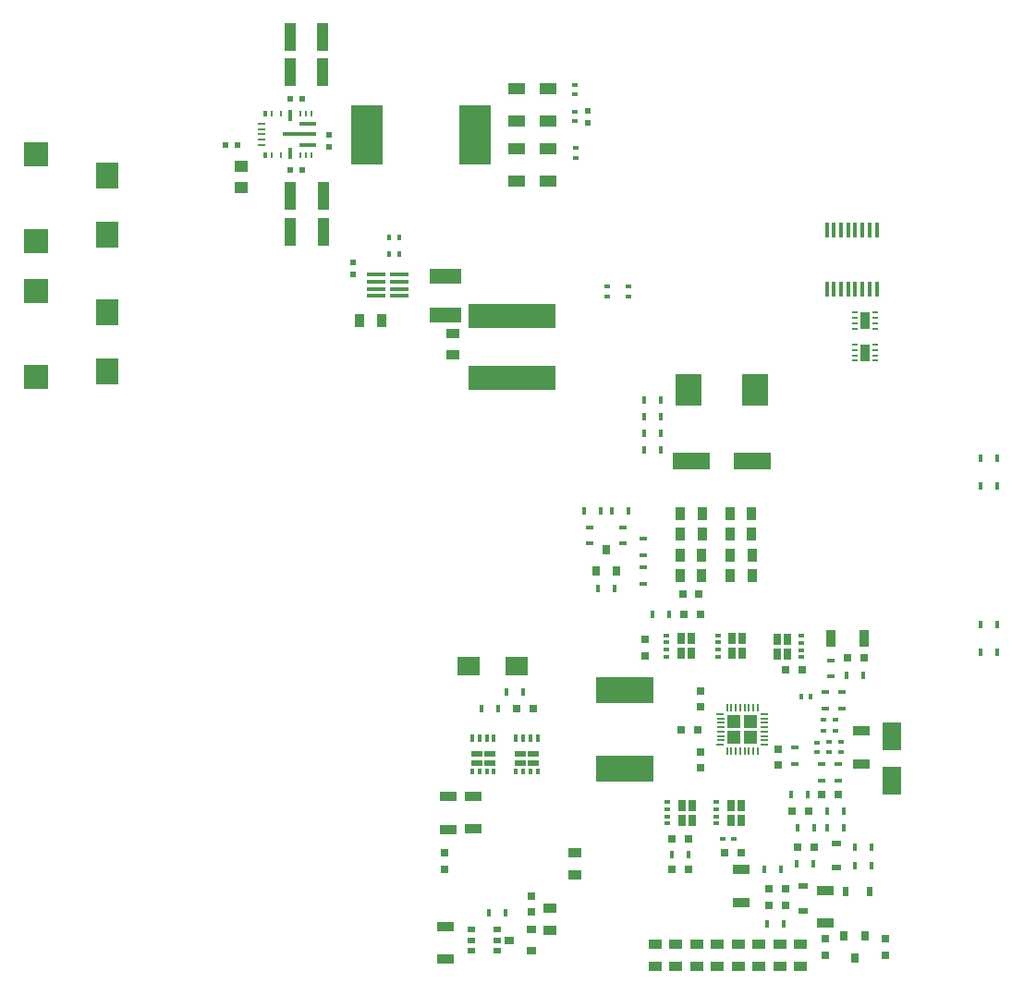
<source format=gbr>
G04 #@! TF.FileFunction,Paste,Top*
%FSLAX46Y46*%
G04 Gerber Fmt 4.6, Leading zero omitted, Abs format (unit mm)*
G04 Created by KiCad (PCBNEW 4.0.7-e2-6376~58~ubuntu16.04.1) date Tue May 15 20:14:31 2018*
%MOMM*%
%LPD*%
G01*
G04 APERTURE LIST*
%ADD10C,0.100000*%
%ADD11R,1.150000X0.900000*%
%ADD12R,1.700000X2.500000*%
%ADD13R,2.400000X2.900000*%
%ADD14R,0.400000X0.600000*%
%ADD15R,0.250000X0.600000*%
%ADD16R,0.400000X1.000000*%
%ADD17R,1.650000X0.400000*%
%ADD18R,3.150000X0.400000*%
%ADD19R,0.750000X0.250000*%
%ADD20R,0.800000X0.400000*%
%ADD21R,2.900000X5.400000*%
%ADD22R,0.400000X0.800000*%
%ADD23R,0.350000X1.400000*%
%ADD24R,0.800000X0.900000*%
%ADD25R,1.500000X0.900000*%
%ADD26R,0.650000X0.700000*%
%ADD27R,1.727000X0.457000*%
%ADD28R,0.560000X0.360000*%
%ADD29R,0.360000X0.560000*%
%ADD30R,8.001000X2.209800*%
%ADD31R,1.600000X1.000000*%
%ADD32R,0.500000X0.600000*%
%ADD33R,1.250000X1.000000*%
%ADD34R,0.600000X0.500000*%
%ADD35R,1.000000X2.500000*%
%ADD36R,0.700000X0.650000*%
%ADD37R,0.500000X0.400000*%
%ADD38R,0.900000X1.150000*%
%ADD39R,3.500000X1.600000*%
%ADD40R,2.100000X1.800000*%
%ADD41R,5.330000X2.420000*%
%ADD42R,0.900000X0.800000*%
%ADD43R,0.900000X1.500000*%
%ADD44R,2.200000X2.300000*%
%ADD45R,2.000000X2.400000*%
%ADD46R,2.900000X1.400000*%
%ADD47R,0.900000X1.600000*%
%ADD48R,0.500000X0.250000*%
%ADD49R,0.830000X0.630000*%
%ADD50R,0.630000X0.830000*%
%ADD51R,0.800000X0.550000*%
%ADD52R,0.705000X1.125000*%
%ADD53R,0.600000X0.300000*%
%ADD54R,0.420000X0.700000*%
%ADD55R,0.420000X0.600000*%
%ADD56R,0.985000X0.625000*%
%ADD57R,1.200000X1.200000*%
%ADD58R,0.750000X0.200000*%
%ADD59R,0.200000X0.750000*%
%ADD60R,0.200000X0.800000*%
%ADD61R,0.800000X0.200000*%
G04 APERTURE END LIST*
D10*
D11*
X144624000Y-77326000D03*
X144624000Y-75326000D03*
D12*
X184883000Y-116299000D03*
X184883000Y-112299000D03*
D13*
X172310000Y-80517000D03*
X166210000Y-80517000D03*
D14*
X127485600Y-58998200D03*
D15*
X128060600Y-58998200D03*
X128910600Y-58998200D03*
D16*
X129735600Y-58798200D03*
D15*
X130660600Y-58998200D03*
X131160600Y-58998200D03*
X131660600Y-58998200D03*
D17*
X131360600Y-58098200D03*
D18*
X130610600Y-57098200D03*
D17*
X131360600Y-56098200D03*
D15*
X131660600Y-55198200D03*
X131160600Y-55198200D03*
X130660600Y-55198200D03*
D16*
X129735600Y-55398200D03*
D15*
X128910600Y-55198200D03*
X128060600Y-55198200D03*
D14*
X127485600Y-55198200D03*
D19*
X127160600Y-56098200D03*
X127160600Y-56598200D03*
X127160600Y-57098200D03*
X127160600Y-57598200D03*
X127160600Y-58098200D03*
D20*
X178406000Y-114819000D03*
X178406000Y-116319000D03*
D21*
X146650460Y-57133760D03*
X136750460Y-57133760D03*
D20*
X180311000Y-108215000D03*
X180311000Y-109715000D03*
X160245000Y-93102000D03*
X160245000Y-94602000D03*
X157197000Y-93102000D03*
X157197000Y-94602000D03*
D22*
X181466000Y-124078000D03*
X182966000Y-124078000D03*
X176271000Y-120649000D03*
X177771000Y-120649000D03*
D23*
X180875000Y-71279000D03*
X181525000Y-71279000D03*
X182825000Y-71279000D03*
X182175000Y-71279000D03*
X180225000Y-71279000D03*
X178925000Y-71279000D03*
X179575000Y-71279000D03*
X183475000Y-71279000D03*
X180225000Y-65879000D03*
X181525000Y-65879000D03*
X182825000Y-65879000D03*
X182175000Y-65879000D03*
X183475000Y-65879000D03*
X178925000Y-65879000D03*
X179575000Y-65879000D03*
X180875000Y-65879000D03*
D24*
X181454000Y-132571000D03*
X182404000Y-130571000D03*
X180504000Y-130571000D03*
D25*
X178787000Y-126388000D03*
X178787000Y-129388000D03*
D22*
X163662000Y-85978000D03*
X162162000Y-85978000D03*
X163662000Y-84454000D03*
X162162000Y-84454000D03*
X163662000Y-82930000D03*
X162162000Y-82930000D03*
D26*
X184248000Y-130821000D03*
X184248000Y-132321000D03*
D27*
X139747000Y-71896000D03*
X139747000Y-71246000D03*
X139747000Y-70596000D03*
X139747000Y-69946000D03*
X137639000Y-69946000D03*
X137639000Y-70596000D03*
X137639000Y-71246000D03*
X137639000Y-71896000D03*
D28*
X155876200Y-58334760D03*
X155876200Y-59234760D03*
X155800000Y-53450000D03*
X155800000Y-52550000D03*
X155807620Y-55887040D03*
X155807620Y-54987040D03*
D29*
X139740000Y-68071000D03*
X138840000Y-68071000D03*
D30*
X150085000Y-79437500D03*
X150085000Y-73722500D03*
D31*
X150511720Y-55898180D03*
X150511720Y-52898180D03*
D32*
X157000000Y-56050000D03*
X157000000Y-54950000D03*
X133318460Y-58224780D03*
X133318460Y-57124780D03*
D33*
X125294600Y-60009800D03*
X125294600Y-62009800D03*
D34*
X124950520Y-58106580D03*
X123850520Y-58106580D03*
X129728080Y-53847000D03*
X130828080Y-53847000D03*
D35*
X129728040Y-51378120D03*
X132728040Y-51378120D03*
D34*
X129781420Y-60369720D03*
X130881420Y-60369720D03*
D35*
X129789000Y-62737000D03*
X132789000Y-62737000D03*
D32*
X135480000Y-69891000D03*
X135480000Y-68791000D03*
D26*
X143862000Y-122947000D03*
X143862000Y-124447000D03*
D36*
X151978000Y-109727000D03*
X150478000Y-109727000D03*
D11*
X165071000Y-131333000D03*
X165071000Y-133333000D03*
X176495356Y-131345216D03*
X176495356Y-133345216D03*
D36*
X176259000Y-122427000D03*
X177759000Y-122427000D03*
D11*
X174590356Y-131345216D03*
X174590356Y-133345216D03*
X172685356Y-131345216D03*
X172685356Y-133345216D03*
X163166000Y-131333000D03*
X163166000Y-133333000D03*
X170780356Y-131345216D03*
X170780356Y-133345216D03*
X168875356Y-131345216D03*
X168875356Y-133345216D03*
X166970356Y-131345216D03*
X166970356Y-133345216D03*
D36*
X175092000Y-126237000D03*
X173592000Y-126237000D03*
X175092000Y-127761000D03*
X173592000Y-127761000D03*
X177263000Y-119125000D03*
X175763000Y-119125000D03*
D37*
X180201000Y-112775000D03*
X179151000Y-112775000D03*
X180201000Y-113664000D03*
X179151000Y-113664000D03*
D26*
X151863000Y-126884000D03*
X151863000Y-128384000D03*
X178787000Y-130821000D03*
X178787000Y-132321000D03*
D36*
X171028000Y-122935000D03*
X169528000Y-122935000D03*
D11*
X153514000Y-130031000D03*
X153514000Y-128031000D03*
D37*
X170422000Y-121665000D03*
X169372000Y-121665000D03*
D36*
X164702000Y-121665000D03*
X166202000Y-121665000D03*
X166202000Y-124459000D03*
X164702000Y-124459000D03*
D26*
X167357000Y-115176000D03*
X167357000Y-113676000D03*
X167357000Y-108088000D03*
X167357000Y-109588000D03*
D37*
X178643000Y-111759000D03*
X179693000Y-111759000D03*
D36*
X167350000Y-101100000D03*
X165850000Y-101100000D03*
X167091000Y-111632000D03*
X165591000Y-111632000D03*
D26*
X174469000Y-113422000D03*
X174469000Y-114922000D03*
X162277000Y-104877000D03*
X162277000Y-103377000D03*
D36*
X178418000Y-117601000D03*
X179918000Y-117601000D03*
D37*
X178643000Y-110743000D03*
X179693000Y-110743000D03*
D36*
X165706000Y-99186000D03*
X167206000Y-99186000D03*
D38*
X165452000Y-97535000D03*
X167452000Y-97535000D03*
D36*
X176628000Y-106171000D03*
X175128000Y-106171000D03*
D38*
X172056000Y-97535000D03*
X170056000Y-97535000D03*
X165452000Y-95630000D03*
X167452000Y-95630000D03*
D36*
X180843000Y-105028000D03*
X182343000Y-105028000D03*
D38*
X172056000Y-95630000D03*
X170056000Y-95630000D03*
X165484000Y-93725000D03*
X167484000Y-93725000D03*
D25*
X182089000Y-111783000D03*
X182089000Y-114783000D03*
D38*
X172024000Y-93725000D03*
X170024000Y-93725000D03*
X165484000Y-91820000D03*
X167484000Y-91820000D03*
X172024000Y-91820000D03*
X170024000Y-91820000D03*
D39*
X166468000Y-86994000D03*
X172068000Y-86994000D03*
D40*
X146107000Y-105790000D03*
X150507000Y-105790000D03*
D41*
X160372000Y-108012000D03*
X160372000Y-115252000D03*
D42*
X149831000Y-130936000D03*
X151831000Y-131886000D03*
X151831000Y-129986000D03*
D24*
X158721000Y-95138000D03*
X157771000Y-97138000D03*
X159671000Y-97138000D03*
D25*
X144243000Y-117776000D03*
X144243000Y-120776000D03*
X146529000Y-117752000D03*
X146529000Y-120752000D03*
X143989000Y-129690000D03*
X143989000Y-132690000D03*
D22*
X147303000Y-109727000D03*
X148803000Y-109727000D03*
X149589000Y-108203000D03*
X151089000Y-108203000D03*
X149438000Y-128396000D03*
X147938000Y-128396000D03*
X176132000Y-123951000D03*
X177632000Y-123951000D03*
X175624000Y-117601000D03*
X177124000Y-117601000D03*
X180426000Y-120649000D03*
X178926000Y-120649000D03*
X173465000Y-129412000D03*
X174965000Y-129412000D03*
D25*
X171040000Y-127483000D03*
X171040000Y-124483000D03*
D22*
X182966000Y-122427000D03*
X181466000Y-122427000D03*
X173211000Y-124459000D03*
X174711000Y-124459000D03*
D11*
X155800000Y-124951000D03*
X155800000Y-122951000D03*
D28*
X178025000Y-113733000D03*
X178025000Y-112833000D03*
D22*
X194523000Y-89280000D03*
X193023000Y-89280000D03*
X194523000Y-86740000D03*
X193023000Y-86740000D03*
D20*
X179930000Y-116319000D03*
X179930000Y-114819000D03*
D22*
X194523000Y-104520000D03*
X193023000Y-104520000D03*
D20*
X162077742Y-94133222D03*
X162077742Y-95633222D03*
X162077742Y-96800222D03*
X162077742Y-98300222D03*
D22*
X194523000Y-101980000D03*
X193023000Y-101980000D03*
X164702000Y-123062000D03*
X166202000Y-123062000D03*
X164450000Y-101100000D03*
X162950000Y-101100000D03*
X163662000Y-81406000D03*
X162162000Y-81406000D03*
D20*
X175993000Y-114795000D03*
X175993000Y-113295000D03*
D29*
X176559000Y-108584000D03*
X177459000Y-108584000D03*
D22*
X180426000Y-119125000D03*
X178926000Y-119125000D03*
X159471000Y-98678000D03*
X157971000Y-98678000D03*
D20*
X179295000Y-105294000D03*
X179295000Y-106794000D03*
D43*
X179319000Y-103250000D03*
X182319000Y-103250000D03*
D22*
X156713000Y-91566000D03*
X158213000Y-91566000D03*
D20*
X178787000Y-109715000D03*
X178787000Y-108215000D03*
D22*
X182204000Y-106679000D03*
X180704000Y-106679000D03*
X160741000Y-91566000D03*
X159241000Y-91566000D03*
D44*
X106500000Y-58950000D03*
X106500000Y-66850000D03*
D45*
X113000000Y-66300000D03*
X113000000Y-60900000D03*
D44*
X106500000Y-71450000D03*
X106500000Y-79350000D03*
D45*
X113000000Y-78800000D03*
X113000000Y-73400000D03*
D46*
X143989000Y-70059000D03*
X143989000Y-73659000D03*
D38*
X138131000Y-74200000D03*
X136131000Y-74200000D03*
D35*
X129766140Y-66059320D03*
X132766140Y-66059320D03*
X129725500Y-48157400D03*
X132725500Y-48157400D03*
D31*
X153333660Y-58374420D03*
X153333660Y-61374420D03*
X153333660Y-55898180D03*
X153333660Y-52898180D03*
X150483780Y-58374420D03*
X150483780Y-61374420D03*
D47*
X182393800Y-77088000D03*
D48*
X181443800Y-76338000D03*
X181443800Y-76838000D03*
X181443800Y-77338000D03*
X181443800Y-77838000D03*
X183343800Y-77838000D03*
X183343800Y-77338000D03*
X183343800Y-76838000D03*
X183343800Y-76338000D03*
D47*
X182409000Y-74179000D03*
D48*
X181459000Y-73429000D03*
X181459000Y-73929000D03*
X181459000Y-74429000D03*
X181459000Y-74929000D03*
X183359000Y-74929000D03*
X183359000Y-74429000D03*
X183359000Y-73929000D03*
X183359000Y-73429000D03*
D49*
X176755000Y-126011000D03*
X176755000Y-128241000D03*
D50*
X180635000Y-126491000D03*
X182865000Y-126491000D03*
D49*
X179803000Y-124304000D03*
X179803000Y-122074000D03*
D29*
X138840000Y-66547000D03*
X139740000Y-66547000D03*
D51*
X148745000Y-131886000D03*
X146345000Y-129986000D03*
X146345000Y-130936000D03*
X146345000Y-131886000D03*
X148745000Y-130936000D03*
X148745000Y-129986000D03*
D52*
X171056000Y-119942000D03*
X171056000Y-118617000D03*
X170151000Y-118617000D03*
X170151000Y-119942000D03*
D53*
X168809000Y-118304500D03*
X168809000Y-118954500D03*
X168809000Y-119604500D03*
X168809000Y-120254500D03*
D52*
X166556000Y-119942000D03*
X166556000Y-118617000D03*
X165651000Y-118617000D03*
X165651000Y-119942000D03*
D53*
X164309000Y-118304500D03*
X164309000Y-118954500D03*
X164309000Y-119604500D03*
X164309000Y-120254500D03*
D52*
X166496500Y-104647000D03*
X166496500Y-103322000D03*
X165591500Y-103322000D03*
X165591500Y-104647000D03*
D53*
X164249500Y-103009500D03*
X164249500Y-103659500D03*
X164249500Y-104309500D03*
X164249500Y-104959500D03*
D52*
X171157000Y-104647000D03*
X171157000Y-103322000D03*
X170252000Y-103322000D03*
X170252000Y-104647000D03*
D53*
X168910000Y-103009500D03*
X168910000Y-103659500D03*
X168910000Y-104309500D03*
X168910000Y-104959500D03*
D52*
X174355000Y-103377000D03*
X174355000Y-104702000D03*
X175260000Y-104702000D03*
X175260000Y-103377000D03*
D53*
X176602000Y-105014500D03*
X176602000Y-104364500D03*
X176602000Y-103714500D03*
X176602000Y-103064500D03*
D54*
X152401000Y-112392000D03*
X151751000Y-112392000D03*
X151101000Y-112392000D03*
X150451000Y-112392000D03*
D55*
X152401000Y-115442000D03*
X151751000Y-115442000D03*
X151101000Y-115442000D03*
X150451000Y-115442000D03*
D56*
X152026000Y-114692000D03*
X150826000Y-114692000D03*
X150826000Y-113892000D03*
X152026000Y-113892000D03*
D54*
X148415250Y-112399500D03*
X147765250Y-112399500D03*
X147115250Y-112399500D03*
X146465250Y-112399500D03*
D55*
X148415250Y-115449500D03*
X147765250Y-115449500D03*
X147115250Y-115449500D03*
X146465250Y-115449500D03*
D56*
X148040250Y-114699500D03*
X146840250Y-114699500D03*
X146840250Y-113899500D03*
X148040250Y-113899500D03*
D28*
X158750000Y-71050000D03*
X158750000Y-71950000D03*
X160750000Y-71950000D03*
X160750000Y-71050000D03*
D57*
X171917000Y-110882000D03*
X170417000Y-110882000D03*
X170417000Y-112382000D03*
D58*
X169142000Y-110232000D03*
D59*
X172567000Y-109607000D03*
D58*
X173192000Y-113032000D03*
D59*
X169767000Y-113657000D03*
D57*
X171917000Y-112382000D03*
D60*
X170167000Y-113632000D03*
X170567000Y-113632000D03*
X170967000Y-113632000D03*
X171367000Y-113632000D03*
X171767000Y-113632000D03*
X172167000Y-113632000D03*
D59*
X172567000Y-113657000D03*
D61*
X173167000Y-112632000D03*
X173167000Y-112232000D03*
X173167000Y-111832000D03*
X173167000Y-111432000D03*
X173167000Y-111032000D03*
X173167000Y-110632000D03*
D58*
X173192000Y-110232000D03*
D60*
X172167000Y-109632000D03*
X171767000Y-109632000D03*
X171367000Y-109632000D03*
X170967000Y-109632000D03*
X170567000Y-109632000D03*
X170167000Y-109632000D03*
D59*
X169767000Y-109607000D03*
D61*
X169167000Y-110632000D03*
X169167000Y-111032000D03*
X169167000Y-111432000D03*
X169167000Y-111832000D03*
X169167000Y-112232000D03*
X169167000Y-112632000D03*
D58*
X169142000Y-113032000D03*
M02*

</source>
